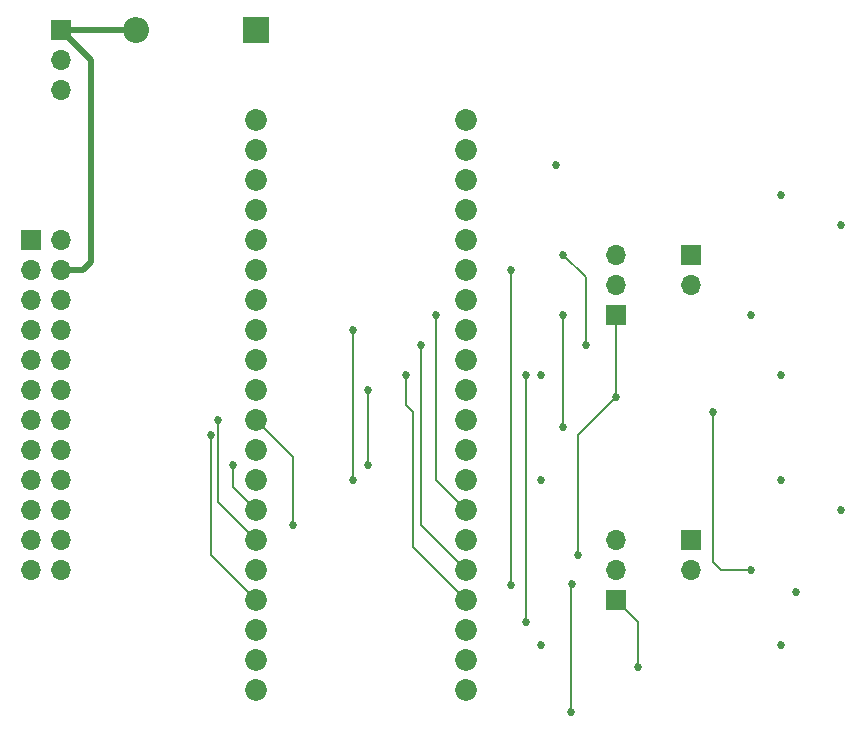
<source format=gbr>
%TF.GenerationSoftware,KiCad,Pcbnew,(5.1.6-0-10_14)*%
%TF.CreationDate,2022-08-31T19:30:09-05:00*%
%TF.ProjectId,pico_controller1,7069636f-5f63-46f6-9e74-726f6c6c6572,V01*%
%TF.SameCoordinates,Original*%
%TF.FileFunction,Copper,L4,Bot*%
%TF.FilePolarity,Positive*%
%FSLAX46Y46*%
G04 Gerber Fmt 4.6, Leading zero omitted, Abs format (unit mm)*
G04 Created by KiCad (PCBNEW (5.1.6-0-10_14)) date 2022-08-31 19:30:09*
%MOMM*%
%LPD*%
G01*
G04 APERTURE LIST*
%TA.AperFunction,ComponentPad*%
%ADD10R,2.200000X2.200000*%
%TD*%
%TA.AperFunction,ComponentPad*%
%ADD11O,2.200000X2.200000*%
%TD*%
%TA.AperFunction,ComponentPad*%
%ADD12R,1.700000X1.700000*%
%TD*%
%TA.AperFunction,ComponentPad*%
%ADD13O,1.700000X1.700000*%
%TD*%
%TA.AperFunction,ComponentPad*%
%ADD14C,1.850000*%
%TD*%
%TA.AperFunction,ViaPad*%
%ADD15C,0.685800*%
%TD*%
%TA.AperFunction,Conductor*%
%ADD16C,0.152400*%
%TD*%
%TA.AperFunction,Conductor*%
%ADD17C,0.508000*%
%TD*%
G04 APERTURE END LIST*
D10*
%TO.P,D1,1*%
%TO.N,Net-(D1-Pad1)*%
X166370000Y-64770000D03*
D11*
%TO.P,D1,2*%
%TO.N,+5V*%
X156210000Y-64770000D03*
%TD*%
D12*
%TO.P,J1,1*%
%TO.N,+5V*%
X149860000Y-64770000D03*
D13*
%TO.P,J1,2*%
%TO.N,+3V3*%
X149860000Y-67310000D03*
%TO.P,J1,3*%
%TO.N,GND*%
X149860000Y-69850000D03*
%TD*%
D12*
%TO.P,J2,1*%
%TO.N,Net-(J2-Pad1)*%
X147320000Y-82550000D03*
D13*
%TO.P,J2,2*%
%TO.N,Net-(J2-Pad2)*%
X149860000Y-82550000D03*
%TO.P,J2,3*%
%TO.N,+5V*%
X147320000Y-85090000D03*
%TO.P,J2,4*%
X149860000Y-85090000D03*
%TO.P,J2,5*%
%TO.N,+3V3*%
X147320000Y-87630000D03*
%TO.P,J2,6*%
X149860000Y-87630000D03*
%TO.P,J2,7*%
%TO.N,GND*%
X147320000Y-90170000D03*
%TO.P,J2,8*%
X149860000Y-90170000D03*
%TO.P,J2,9*%
%TO.N,/vol_spi_latch*%
X147320000Y-92710000D03*
%TO.P,J2,10*%
%TO.N,/vol_spi_data*%
X149860000Y-92710000D03*
%TO.P,J2,11*%
%TO.N,/vol_spi_clock*%
X147320000Y-95250000D03*
%TO.P,J2,12*%
%TO.N,GND*%
X149860000Y-95250000D03*
%TO.P,J2,13*%
%TO.N,/relay_spi_strobe*%
X147320000Y-97790000D03*
%TO.P,J2,14*%
%TO.N,/relay_spi_data*%
X149860000Y-97790000D03*
%TO.P,J2,15*%
%TO.N,/relay_spi_clock*%
X147320000Y-100330000D03*
%TO.P,J2,16*%
%TO.N,GND*%
X149860000Y-100330000D03*
%TO.P,J2,17*%
%TO.N,/i2c1_scl*%
X147320000Y-102870000D03*
%TO.P,J2,18*%
%TO.N,/i2c1_sda*%
X149860000Y-102870000D03*
%TO.P,J2,19*%
%TO.N,/mute_switch*%
X147320000Y-105410000D03*
%TO.P,J2,20*%
%TO.N,/operate_switch*%
X149860000Y-105410000D03*
%TO.P,J2,21*%
%TO.N,/sel_enc0*%
X147320000Y-107950000D03*
%TO.P,J2,22*%
%TO.N,/sel_enc1*%
X149860000Y-107950000D03*
%TO.P,J2,23*%
%TO.N,/vol_enc0*%
X147320000Y-110490000D03*
%TO.P,J2,24*%
%TO.N,/vol_enc1*%
X149860000Y-110490000D03*
%TD*%
D12*
%TO.P,J3,1*%
%TO.N,/vol_pushbutton*%
X203200000Y-107950000D03*
D13*
%TO.P,J3,2*%
%TO.N,GND*%
X203200000Y-110490000D03*
%TD*%
%TO.P,J4,2*%
%TO.N,GND*%
X203200000Y-86360000D03*
D12*
%TO.P,J4,1*%
%TO.N,/sel_pushbutton*%
X203200000Y-83820000D03*
%TD*%
%TO.P,J5,1*%
%TO.N,/vol_enc1*%
X196850000Y-113030000D03*
D13*
%TO.P,J5,2*%
%TO.N,GND*%
X196850000Y-110490000D03*
%TO.P,J5,3*%
%TO.N,/vol_enc0*%
X196850000Y-107950000D03*
%TD*%
%TO.P,J6,3*%
%TO.N,/sel_enc0*%
X196850000Y-83820000D03*
%TO.P,J6,2*%
%TO.N,GND*%
X196850000Y-86360000D03*
D12*
%TO.P,J6,1*%
%TO.N,/sel_enc1*%
X196850000Y-88900000D03*
%TD*%
D14*
%TO.P,U1,1*%
%TO.N,Net-(U1-Pad1)*%
X166370000Y-72390000D03*
%TO.P,U1,2*%
%TO.N,Net-(U1-Pad2)*%
X166370000Y-74930000D03*
%TO.P,U1,3*%
%TO.N,GND*%
X166370000Y-77470000D03*
%TO.P,U1,4*%
%TO.N,/pi_sel_enc0*%
X166370000Y-80010000D03*
%TO.P,U1,5*%
%TO.N,/pi_sel_enc1*%
X166370000Y-82550000D03*
%TO.P,U1,6*%
%TO.N,/pi_sel_pushbutton*%
X166370000Y-85090000D03*
%TO.P,U1,7*%
%TO.N,/pi_vol_enc0*%
X166370000Y-87630000D03*
%TO.P,U1,8*%
%TO.N,GND*%
X166370000Y-90170000D03*
%TO.P,U1,9*%
%TO.N,/pi_vol_enc1*%
X166370000Y-92710000D03*
%TO.P,U1,10*%
%TO.N,/pi_vol_pushbutton*%
X166370000Y-95250000D03*
%TO.P,U1,11*%
%TO.N,/operate_switch*%
X166370000Y-97790000D03*
%TO.P,U1,12*%
%TO.N,/mute_switch*%
X166370000Y-100330000D03*
%TO.P,U1,13*%
%TO.N,GND*%
X166370000Y-102870000D03*
%TO.P,U1,14*%
%TO.N,/relay_spi_clock*%
X166370000Y-105410000D03*
%TO.P,U1,15*%
%TO.N,/relay_spi_data*%
X166370000Y-107950000D03*
%TO.P,U1,16*%
%TO.N,Net-(U1-Pad16)*%
X166370000Y-110490000D03*
%TO.P,U1,17*%
%TO.N,/relay_spi_strobe*%
X166370000Y-113030000D03*
%TO.P,U1,18*%
%TO.N,GND*%
X166370000Y-115570000D03*
%TO.P,U1,19*%
%TO.N,Net-(U1-Pad19)*%
X166370000Y-118110000D03*
%TO.P,U1,20*%
%TO.N,Net-(U1-Pad20)*%
X166370000Y-120650000D03*
%TO.P,U1,21*%
%TO.N,Net-(U1-Pad21)*%
X184150000Y-120650000D03*
%TO.P,U1,22*%
%TO.N,Net-(U1-Pad22)*%
X184150000Y-118110000D03*
%TO.P,U1,23*%
%TO.N,GND*%
X184150000Y-115570000D03*
%TO.P,U1,24*%
%TO.N,/vol_spi_clock*%
X184150000Y-113030000D03*
%TO.P,U1,25*%
%TO.N,/vol_spi_data*%
X184150000Y-110490000D03*
%TO.P,U1,26*%
%TO.N,Net-(U1-Pad26)*%
X184150000Y-107950000D03*
%TO.P,U1,27*%
%TO.N,/vol_spi_latch*%
X184150000Y-105410000D03*
%TO.P,U1,28*%
%TO.N,GND*%
X184150000Y-102870000D03*
%TO.P,U1,29*%
%TO.N,Net-(U1-Pad29)*%
X184150000Y-100330000D03*
%TO.P,U1,30*%
%TO.N,Net-(U1-Pad30)*%
X184150000Y-97790000D03*
%TO.P,U1,31*%
%TO.N,/i2c1_sda*%
X184150000Y-95250000D03*
%TO.P,U1,32*%
%TO.N,/i2c1_scl*%
X184150000Y-92710000D03*
%TO.P,U1,33*%
%TO.N,GND*%
X184150000Y-90170000D03*
%TO.P,U1,34*%
%TO.N,Net-(U1-Pad34)*%
X184150000Y-87630000D03*
%TO.P,U1,35*%
%TO.N,Net-(U1-Pad35)*%
X184150000Y-85090000D03*
%TO.P,U1,36*%
%TO.N,+3V3*%
X184150000Y-82550000D03*
%TO.P,U1,37*%
%TO.N,Net-(U1-Pad37)*%
X184150000Y-80010000D03*
%TO.P,U1,38*%
%TO.N,GND*%
X184150000Y-77470000D03*
%TO.P,U1,39*%
%TO.N,Net-(D1-Pad1)*%
X184150000Y-74930000D03*
%TO.P,U1,40*%
%TO.N,Net-(U1-Pad40)*%
X184150000Y-72390000D03*
%TD*%
D15*
%TO.N,/pi_vol_pushbutton*%
X205105000Y-97155000D03*
X208280000Y-110490000D03*
%TO.N,GND*%
X210820000Y-116840000D03*
X210820000Y-102870000D03*
X215900000Y-105410000D03*
X210820000Y-93980000D03*
X215900000Y-81280000D03*
X210820000Y-78740000D03*
%TO.N,/pi_vol_enc0*%
X192405000Y-88900000D03*
X192405000Y-98425000D03*
%TO.N,/pi_vol_enc1*%
X189230000Y-93980000D03*
X189230000Y-114935000D03*
%TO.N,/pi_sel_enc1*%
X192405000Y-83820000D03*
X194310000Y-91440000D03*
%TO.N,+3V3*%
X191770000Y-76200000D03*
X208280000Y-88900000D03*
X190500000Y-93980000D03*
X190500000Y-102870000D03*
X190500000Y-116840000D03*
X212090000Y-112395000D03*
%TO.N,/vol_spi_latch*%
X181610000Y-88900000D03*
%TO.N,/vol_spi_data*%
X180340000Y-91440000D03*
%TO.N,/vol_spi_clock*%
X179070000Y-93980000D03*
%TO.N,/relay_spi_strobe*%
X162560000Y-99060000D03*
%TO.N,/relay_spi_data*%
X163195000Y-97790000D03*
%TO.N,/relay_spi_clock*%
X164465000Y-101600000D03*
%TO.N,/i2c1_scl*%
X174625000Y-102870000D03*
X174625000Y-90170000D03*
%TO.N,/i2c1_sda*%
X175895000Y-101600000D03*
X175895000Y-95250000D03*
%TO.N,/operate_switch*%
X169545000Y-106680000D03*
%TO.N,/sel_enc0*%
X187960000Y-111760000D03*
X187960000Y-85090000D03*
%TO.N,/sel_enc1*%
X196850000Y-95885000D03*
X193675000Y-109220000D03*
%TO.N,/vol_enc0*%
X193040000Y-122555000D03*
X193156399Y-111643601D03*
%TO.N,/vol_enc1*%
X198755000Y-118745000D03*
%TD*%
D16*
%TO.N,/pi_vol_pushbutton*%
X205105000Y-97155000D02*
X205105000Y-109855000D01*
X205740000Y-110490000D02*
X208280000Y-110490000D01*
X205105000Y-109855000D02*
X205740000Y-110490000D01*
%TO.N,/pi_vol_enc0*%
X192405000Y-88900000D02*
X192405000Y-98425000D01*
%TO.N,/pi_vol_enc1*%
X189230000Y-93980000D02*
X189230000Y-114935000D01*
%TO.N,/pi_sel_enc1*%
X194310000Y-85725000D02*
X194310000Y-91440000D01*
X192405000Y-83820000D02*
X194310000Y-85725000D01*
D17*
%TO.N,+5V*%
X149860000Y-85090000D02*
X151765000Y-85090000D01*
X151765000Y-85090000D02*
X152400000Y-84455000D01*
X152400000Y-67310000D02*
X149860000Y-64770000D01*
X152400000Y-84455000D02*
X152400000Y-67310000D01*
X149860000Y-64770000D02*
X156210000Y-64770000D01*
D16*
%TO.N,/vol_spi_latch*%
X181610000Y-102870000D02*
X184150000Y-105410000D01*
X181610000Y-88900000D02*
X181610000Y-102870000D01*
%TO.N,/vol_spi_data*%
X180340000Y-106680000D02*
X184150000Y-110490000D01*
X180340000Y-91440000D02*
X180340000Y-106680000D01*
%TO.N,/vol_spi_clock*%
X179070000Y-93980000D02*
X179070000Y-96520000D01*
X179070000Y-96520000D02*
X179705000Y-97155000D01*
X179705000Y-108585000D02*
X184150000Y-113030000D01*
X179705000Y-97155000D02*
X179705000Y-108585000D01*
%TO.N,/relay_spi_strobe*%
X162560000Y-109220000D02*
X166370000Y-113030000D01*
X162560000Y-99060000D02*
X162560000Y-109220000D01*
%TO.N,/relay_spi_data*%
X163195000Y-104775000D02*
X166370000Y-107950000D01*
X163195000Y-97790000D02*
X163195000Y-104775000D01*
%TO.N,/relay_spi_clock*%
X164465000Y-103505000D02*
X166370000Y-105410000D01*
X164465000Y-101600000D02*
X164465000Y-103505000D01*
%TO.N,/i2c1_scl*%
X174625000Y-102870000D02*
X174625000Y-90170000D01*
%TO.N,/i2c1_sda*%
X175895000Y-101600000D02*
X175895000Y-95250000D01*
%TO.N,/operate_switch*%
X169545000Y-100965000D02*
X166370000Y-97790000D01*
X169545000Y-106680000D02*
X169545000Y-100965000D01*
%TO.N,/sel_enc0*%
X187960000Y-111760000D02*
X187960000Y-85090000D01*
%TO.N,/sel_enc1*%
X196850000Y-95885000D02*
X196850000Y-88900000D01*
X193675000Y-99060000D02*
X196850000Y-95885000D01*
X193675000Y-109220000D02*
X193675000Y-99060000D01*
%TO.N,/vol_enc0*%
X193040000Y-111760000D02*
X193156399Y-111643601D01*
X193040000Y-122555000D02*
X193040000Y-111760000D01*
%TO.N,/vol_enc1*%
X198755000Y-114935000D02*
X196850000Y-113030000D01*
X198755000Y-118745000D02*
X198755000Y-114935000D01*
%TD*%
M02*

</source>
